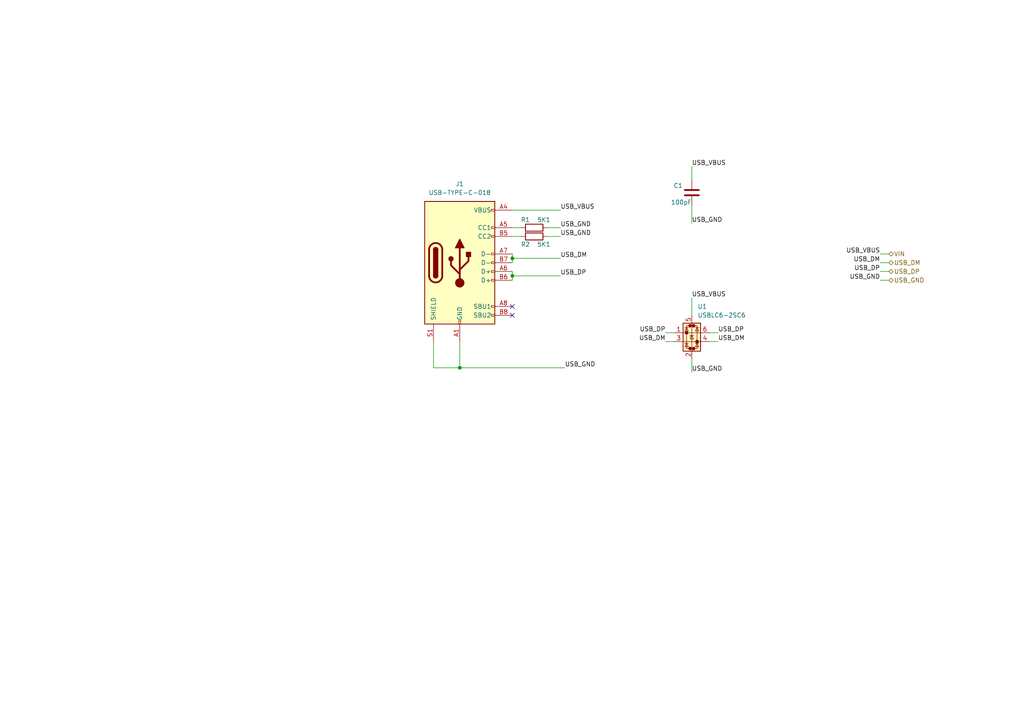
<source format=kicad_sch>
(kicad_sch (version 20250114) (generator "eeschema") (generator_version "9.0")
  (paper "A4")
  (lib_symbols
    (symbol "Connector:USB_C_Receptacle_USB2.0_16P" (pin_names (offset 1.016))
      (property "Reference" "J" (at 0 22.225 0))
      (property "Value" "USB_C_Receptacle_USB2.0_16P" (at 0 19.685 0))
      (symbol "USB_C_Receptacle_USB2.0_16P_0_0"
        (rectangle (start -0.254 -17.78) (end 0.254 -16.764))
        (rectangle (start 10.16 15.494) (end 9.144 14.986))
        (rectangle (start 10.16 10.414) (end 9.144 9.906))
        (rectangle (start 10.16 7.874) (end 9.144 7.366))
        (rectangle (start 10.16 2.794) (end 9.144 2.286))
        (rectangle (start 10.16 0.254) (end 9.144 -0.254))
        (rectangle (start 10.16 -2.286) (end 9.144 -2.794))
        (rectangle (start 10.16 -4.826) (end 9.144 -5.334))
        (rectangle (start 10.16 -12.446) (end 9.144 -12.954))
        (rectangle (start 10.16 -14.986) (end 9.144 -15.494))
      )
      (symbol "USB_C_Receptacle_USB2.0_16P_0_1"
        (rectangle (start -10.16 17.78) (end 10.16 -17.78) (stroke (width 0.254)) (fill (type background)))
        (polyline (pts (xy -8.89 -3.81) (xy -8.89 3.81)) (stroke (width 0.508)))
        (rectangle (start -7.62 -3.81) (end -6.35 3.81) (stroke (width 0.254)) (fill (type outline)))
        (arc (start -7.62 3.81) (mid -6.985 4.4423) (end -6.35 3.81) (stroke (width 0.254)))
        (arc (start -7.62 3.81) (mid -6.985 4.4423) (end -6.35 3.81) (stroke (width 0.254)) (fill (type outline)))
        (arc (start -8.89 3.81) (mid -6.985 5.7067) (end -5.08 3.81) (stroke (width 0.508)))
        (arc (start -5.08 -3.81) (mid -6.985 -5.7067) (end -8.89 -3.81) (stroke (width 0.508)))
        (arc (start -6.35 -3.81) (mid -6.985 -4.4423) (end -7.62 -3.81) (stroke (width 0.254)))
        (arc (start -6.35 -3.81) (mid -6.985 -4.4423) (end -7.62 -3.81) (stroke (width 0.254)) (fill (type outline)))
        (polyline (pts (xy -5.08 3.81) (xy -5.08 -3.81)) (stroke (width 0.508)))
        (circle (center -2.54 1.143) (radius 0.635) (stroke (width 0.254)) (fill (type outline)))
        (polyline (pts (xy -1.27 4.318) (xy 0 6.858) (xy 1.27 4.318) (xy -1.27 4.318)) (stroke (width 0.254)) (fill (type outline)))
        (polyline (pts (xy 0 -2.032) (xy 2.54 0.508) (xy 2.54 1.778)) (stroke (width 0.508)))
        (polyline (pts (xy 0 -3.302) (xy -2.54 -0.762) (xy -2.54 0.508)) (stroke (width 0.508)))
        (polyline (pts (xy 0 -5.842) (xy 0 4.318)) (stroke (width 0.508)))
        (circle (center 0 -5.842) (radius 1.27) (fill (type outline)))
        (rectangle (start 1.905 1.778) (end 3.175 3.048) (stroke (width 0.254)) (fill (type outline)))
      )
      (symbol "USB_C_Receptacle_USB2.0_16P_1_1"
        (pin passive line (at -7.62 -22.86 90) (length 5.08) (name "SHIELD") (number "S1"))
        (pin passive line (at 0 -22.86 90) (length 5.08) (name "GND") (number "A1"))
        (pin passive line (at 0 -22.86 90) (length 5.08) (hide yes) (name "GND") (number "A12"))
        (pin passive line (at 0 -22.86 90) (length 5.08) (hide yes) (name "GND") (number "B1"))
        (pin passive line (at 0 -22.86 90) (length 5.08) (hide yes) (name "GND") (number "B12"))
        (pin passive line (at 15.24 15.24 180) (length 5.08) (name "VBUS") (number "A4"))
        (pin passive line (at 15.24 15.24 180) (length 5.08) (hide yes) (name "VBUS") (number "A9"))
        (pin passive line (at 15.24 15.24 180) (length 5.08) (hide yes) (name "VBUS") (number "B4"))
        (pin passive line (at 15.24 15.24 180) (length 5.08) (hide yes) (name "VBUS") (number "B9"))
        (pin bidirectional line (at 15.24 10.16 180) (length 5.08) (name "CC1") (number "A5"))
        (pin bidirectional line (at 15.24 7.62 180) (length 5.08) (name "CC2") (number "B5"))
        (pin bidirectional line (at 15.24 2.54 180) (length 5.08) (name "D-") (number "A7"))
        (pin bidirectional line (at 15.24 0 180) (length 5.08) (name "D-") (number "B7"))
        (pin bidirectional line (at 15.24 -2.54 180) (length 5.08) (name "D+") (number "A6"))
        (pin bidirectional line (at 15.24 -5.08 180) (length 5.08) (name "D+") (number "B6"))
        (pin bidirectional line (at 15.24 -12.7 180) (length 5.08) (name "SBU1") (number "A8"))
        (pin bidirectional line (at 15.24 -15.24 180) (length 5.08) (name "SBU2") (number "B8"))
      )
    )
    (symbol "Device:C" (pin_numbers (hide yes)) (pin_names (offset 0.254))
      (property "Reference" "C" (at 0.635 2.54 0))
      (property "Value" "C" (at 0.635 -2.54 0))
      (symbol "C_0_1"
        (polyline (pts (xy -2.032 0.762) (xy 2.032 0.762)) (stroke (width 0.508)))
        (polyline (pts (xy -2.032 -0.762) (xy 2.032 -0.762)) (stroke (width 0.508)))
      )
      (symbol "C_1_1"
        (pin passive line (at 0 3.81 270) (length 2.794) (name "~") (number "1"))
        (pin passive line (at 0 -3.81 90) (length 2.794) (name "~") (number "2"))
      )
    )
    (symbol "Device:R" (pin_numbers (hide yes)) (pin_names (offset 0))
      (property "Reference" "R" (at 2.032 0 90))
      (property "Value" "R" (at 0 0 90))
      (symbol "R_0_1"
        (rectangle (start -1.016 -2.54) (end 1.016 2.54) (stroke (width 0.254)))
      )
      (symbol "R_1_1"
        (pin passive line (at 0 3.81 270) (length 1.27) (name "~") (number "1"))
        (pin passive line (at 0 -3.81 90) (length 1.27) (name "~") (number "2"))
      )
    )
    (symbol "Power_Protection:USBLC6-2SC6" (pin_names (hide yes))
      (property "Reference" "U" (at 0.635 5.715 0))
      (property "Value" "USBLC6-2SC6" (at 0.635 3.81 0))
      (symbol "USBLC6-2SC6_0_0"
        (circle (center -1.524 0) (radius 0.0001) (stroke (width 0.508)))
        (circle (center -0.508 2.032) (radius 0.0001) (stroke (width 0.508)))
        (circle (center -0.508 -4.572) (radius 0.0001) (stroke (width 0.508)))
        (circle (center 0.508 2.032) (radius 0.0001) (stroke (width 0.508)))
        (circle (center 0.508 -4.572) (radius 0.0001) (stroke (width 0.508)))
        (circle (center 1.524 -2.54) (radius 0.0001) (stroke (width 0.508)))
      )
      (symbol "USBLC6-2SC6_0_1"
        (polyline (pts (xy -2.54 0) (xy 2.54 0)))
        (polyline (pts (xy -2.54 -2.54) (xy 2.54 -2.54)))
        (polyline (pts (xy -2.032 0.508) (xy -1.016 0.508) (xy -1.524 1.524) (xy -2.032 0.508)))
        (polyline (pts (xy -2.032 -3.048) (xy -1.016 -3.048)))
        (polyline (pts (xy -1.016 1.524) (xy -2.032 1.524)))
        (polyline (pts (xy -1.016 -4.064) (xy -2.032 -4.064) (xy -1.524 -3.048) (xy -1.016 -4.064)))
        (polyline (pts (xy -0.508 -1.143) (xy -0.508 -0.762) (xy 0.508 -0.762)))
        (polyline (pts (xy 0 2.54) (xy -0.508 2.032) (xy 0.508 2.032) (xy 0 1.524) (xy 0 -4.064) (xy -0.508 -4.572) (xy 0.508 -4.572) (xy 0 -5.08)))
        (polyline (pts (xy 0.508 -1.778) (xy -0.508 -1.778) (xy 0 -0.762) (xy 0.508 -1.778)))
        (polyline (pts (xy 1.016 1.524) (xy 2.032 1.524)))
        (polyline (pts (xy 1.016 -3.048) (xy 2.032 -3.048)))
        (polyline (pts (xy 2.032 0.508) (xy 1.016 0.508) (xy 1.524 1.524) (xy 2.032 0.508)))
        (polyline (pts (xy 2.032 -4.064) (xy 1.016 -4.064) (xy 1.524 -3.048) (xy 2.032 -4.064)))
      )
      (symbol "USBLC6-2SC6_1_1"
        (rectangle (start -2.54 2.794) (end 2.54 -5.334) (stroke (width 0.254)) (fill (type background)))
        (polyline (pts (xy -0.508 2.032) (xy -1.524 2.032) (xy -1.524 -4.572) (xy -0.508 -4.572)))
        (polyline (pts (xy 0.508 -4.572) (xy 1.524 -4.572) (xy 1.524 2.032) (xy 0.508 2.032)))
        (pin passive line (at -5.08 0 0) (length 2.54) (name "I/O1") (number "1"))
        (pin passive line (at -5.08 -2.54 0) (length 2.54) (name "I/O2") (number "3"))
        (pin passive line (at 0 5.08 270) (length 2.54) (name "VBUS") (number "5"))
        (pin passive line (at 0 -7.62 90) (length 2.54) (name "GND") (number "2"))
        (pin passive line (at 5.08 0 180) (length 2.54) (name "I/O1") (number "6"))
        (pin passive line (at 5.08 -2.54 180) (length 2.54) (name "I/O2") (number "4"))
      )
    )
  )
  (junction (at 148.59 74.93))
  (junction (at 148.59 80.01))
  (junction (at 133.35 106.68))
  (no_connect (at 148.59 91.44))
  (no_connect (at 148.59 88.9))
  (wire (pts (xy 255.27 78.74) (xy 257.81 78.74)))
  (wire (pts (xy 200.66 104.14) (xy 200.66 107.95)))
  (wire (pts (xy 125.73 99.06) (xy 125.73 106.68)))
  (wire (pts (xy 193.04 99.06) (xy 195.58 99.06)))
  (wire (pts (xy 158.75 66.04) (xy 162.56 66.04)))
  (wire (pts (xy 200.66 86.36) (xy 200.66 91.44)))
  (wire (pts (xy 205.74 99.06) (xy 208.28 99.06)))
  (wire (pts (xy 255.27 76.2) (xy 257.81 76.2)))
  (wire (pts (xy 148.59 66.04) (xy 151.13 66.04)))
  (wire (pts (xy 205.74 96.52) (xy 208.28 96.52)))
  (wire (pts (xy 148.59 68.58) (xy 151.13 68.58)))
  (wire (pts (xy 148.59 60.96) (xy 162.56 60.96)))
  (wire (pts (xy 133.35 99.06) (xy 133.35 106.68)))
  (wire (pts (xy 133.35 106.68) (xy 163.83 106.68)))
  (wire (pts (xy 193.04 96.52) (xy 195.58 96.52)))
  (wire (pts (xy 158.75 68.58) (xy 162.56 68.58)))
  (wire (pts (xy 162.56 80.01) (xy 148.59 80.01)))
  (wire (pts (xy 148.59 78.74) (xy 148.59 80.01)))
  (wire (pts (xy 200.66 64.77) (xy 200.66 59.69)))
  (wire (pts (xy 162.56 74.93) (xy 148.59 74.93)))
  (wire (pts (xy 148.59 73.66) (xy 148.59 74.93)))
  (wire (pts (xy 125.73 106.68) (xy 133.35 106.68)))
  (wire (pts (xy 255.27 73.66) (xy 257.81 73.66)))
  (wire (pts (xy 148.59 74.93) (xy 148.59 76.2)))
  (wire (pts (xy 200.66 48.26) (xy 200.66 52.07)))
  (wire (pts (xy 255.27 81.28) (xy 257.81 81.28)))
  (wire (pts (xy 148.59 80.01) (xy 148.59 81.28)))
  (label "USB_VBUS" (at 200.66 86.36 0))
  (label "USB_DP" (at 193.04 96.52 180))
  (label "USB_VBUS" (at 255.27 73.66 180))
  (label "USB_GND" (at 162.56 66.04 0))
  (label "USB_GND" (at 255.27 81.28 180))
  (label "USB_DP" (at 162.56 80.01 0))
  (label "USB_VBUS" (at 162.56 60.96 0))
  (label "USB_GND" (at 163.83 106.68 0))
  (label "USB_DP" (at 208.28 96.52 0))
  (label "USB_GND" (at 162.56 68.58 0))
  (label "USB_DM" (at 193.04 99.06 180))
  (label "USB_DM" (at 162.56 74.93 0))
  (label "USB_DM" (at 255.27 76.2 180))
  (label "USB_DM" (at 208.28 99.06 0))
  (label "USB_DP" (at 255.27 78.74 180))
  (label "USB_GND" (at 200.66 64.77 0))
  (label "USB_VBUS" (at 200.66 48.26 0))
  (label "USB_GND" (at 200.66 107.95 0))
  (hierarchical_label "USB_DM" (shape bidirectional) (at 257.81 76.2 0))
  (hierarchical_label "USB_GND" (shape bidirectional) (at 257.81 81.28 0))
  (hierarchical_label "USB_DP" (shape bidirectional) (at 257.81 78.74 0))
  (hierarchical_label "VIN" (shape bidirectional) (at 257.81 73.66 0))
  (symbol (lib_id "Device:C") (at 200.66 55.88 0) (unit 1)
    (property "Reference" "C1" (at 195.326 53.848 0) (effects (justify left)))
    (property "Value" "100pF" (at 194.564 58.674 0) (effects (justify left)))
    (property "Footprint" "footprints:C_0402_1005Metric" (effects (hide yes)))
    (property "Description" "Unpolarized capacitor" (effects (hide yes)))
  )
  (symbol (lib_id "Device:R") (at 154.94 68.58 90) (unit 1)
    (property "Reference" "R2" (at 152.4 70.866 90))
    (property "Value" "5K1" (at 157.734 70.866 90))
    (property "Footprint" "footprints:R_0402_1005Metric" (effects (hide yes)))
    (property "Description" "Resistor" (effects (hide yes)))
  )
  (symbol (lib_id "Device:R") (at 154.94 66.04 90) (unit 1)
    (property "Reference" "R1" (at 152.4 63.754 90))
    (property "Value" "5K1" (at 157.734 63.754 90))
    (property "Footprint" "footprints:R_0402_1005Metric" (effects (hide yes)))
    (property "Description" "Resistor" (effects (hide yes)))
  )
  (symbol (lib_id "Connector:USB_C_Receptacle_USB2.0_16P") (at 133.35 76.2 0) (unit 1)
    (property "Reference" "J1" (at 133.35 53.34 0))
    (property "Value" "USB-TYPE-C-018" (at 133.35 55.88 0))
    (property "Footprint" "footprints:USB_C_Receptacle_GCT_USB4105-xx-A_16P_TopMnt_Horizontal" (effects (hide yes)))
    (property "Datasheet" "https://www.usb.org/sites/default/files/documents/usb_type-c.zip" (effects (hide yes)))
    (property "Description" "USB 2.0-only 16P Type-C Receptacle connector" (effects (hide yes)))
  )
  (symbol (lib_id "Power_Protection:USBLC6-2SC6") (at 200.66 96.52 0) (unit 1)
    (property "Reference" "U1" (at 202.3111 88.9 0) (effects (justify left)))
    (property "Value" "USBLC6-2SC6" (at 202.3111 91.44 0) (effects (justify left)))
    (property "Footprint" "Package_TO_SOT_SMD:SOT-23-6" (effects (hide yes)))
    (property "Datasheet" "https://www.st.com/resource/en/datasheet/usblc6-2.pdf" (effects (hide yes)))
    (property "Description" "Very low capacitance ESD protection diode, 2 data-line, SOT-23-6" (effects (hide yes)))
  )
)
</source>
